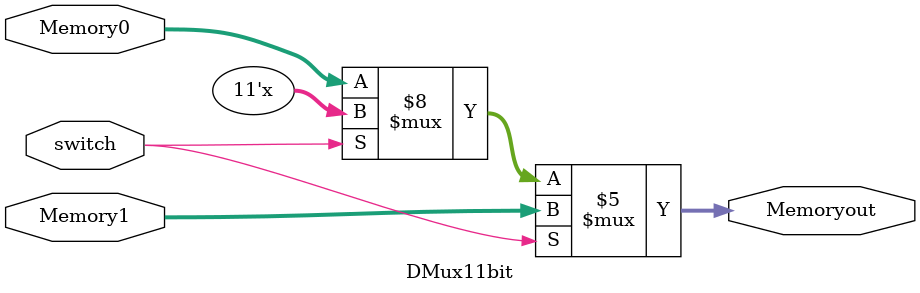
<source format=v>
`timescale 1ns / 1ps


module DMux11bit(
    input [10:0]Memory0,Memory1,
    input switch,
    output reg [10:0]Memoryout
    );
    always@(switch,Memory0,Memory1)
    begin
        if( switch==0 ) Memoryout = Memory0;
        if( switch==1 ) Memoryout = Memory1;
    end
endmodule

</source>
